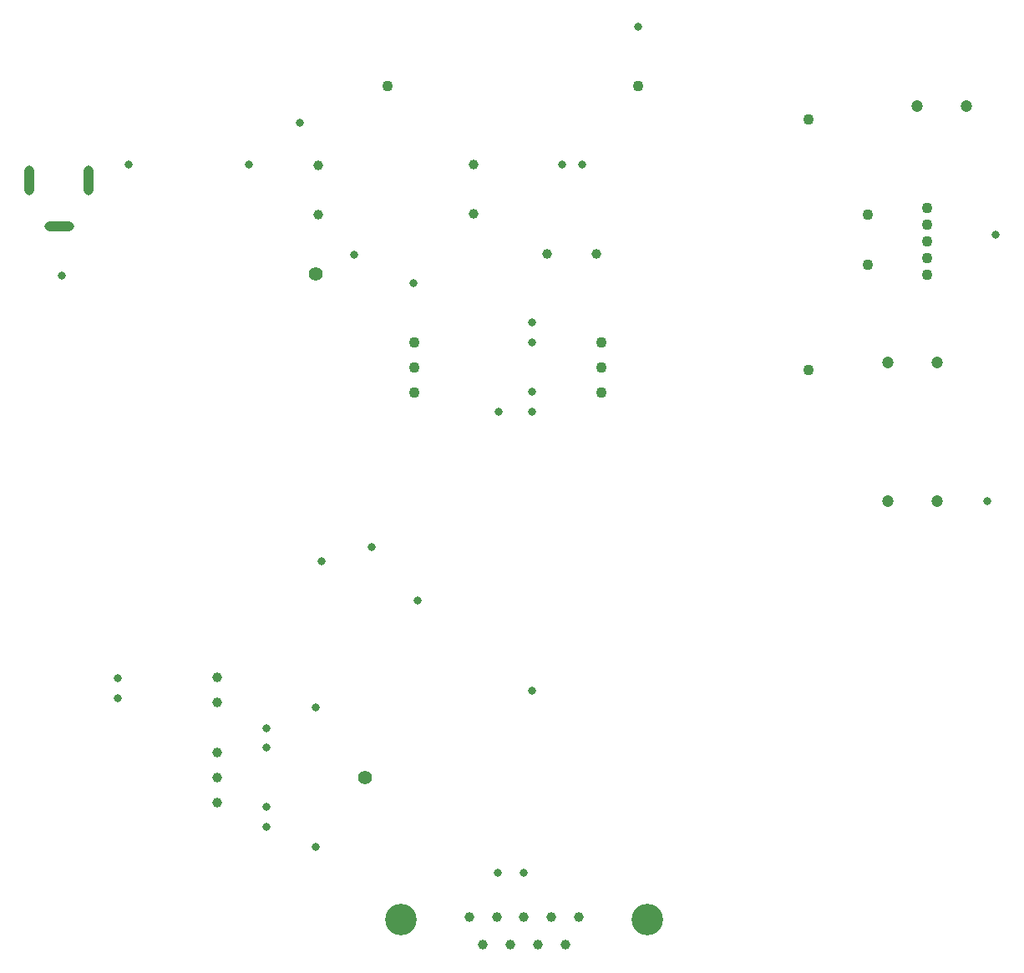
<source format=gbr>
%TF.GenerationSoftware,KiCad,Pcbnew,7.0.2-1.fc37*%
%TF.CreationDate,2023-07-20T12:52:38+02:00*%
%TF.ProjectId,office_amp,6f666669-6365-45f6-916d-702e6b696361,V1.3*%
%TF.SameCoordinates,Original*%
%TF.FileFunction,Plated,1,2,PTH,Mixed*%
%TF.FilePolarity,Positive*%
%FSLAX46Y46*%
G04 Gerber Fmt 4.6, Leading zero omitted, Abs format (unit mm)*
G04 Created by KiCad (PCBNEW 7.0.2-1.fc37) date 2023-07-20 12:52:38*
%MOMM*%
%LPD*%
G01*
G04 APERTURE LIST*
%TA.AperFunction,ViaDrill*%
%ADD10C,0.800000*%
%TD*%
%TA.AperFunction,ComponentDrill*%
%ADD11C,0.800000*%
%TD*%
G04 aperture for slot hole*
%TA.AperFunction,ComponentDrill*%
%ADD12O,1.000000X3.000000*%
%TD*%
G04 aperture for slot hole*
%TA.AperFunction,ComponentDrill*%
%ADD13O,3.000000X1.000000*%
%TD*%
%TA.AperFunction,ComponentDrill*%
%ADD14C,1.000000*%
%TD*%
%TA.AperFunction,ComponentDrill*%
%ADD15C,1.100000*%
%TD*%
%TA.AperFunction,ComponentDrill*%
%ADD16C,1.200000*%
%TD*%
%TA.AperFunction,ComponentDrill*%
%ADD17C,1.400000*%
%TD*%
%TA.AperFunction,ComponentDrill*%
%ADD18C,3.200000*%
%TD*%
G04 APERTURE END LIST*
D10*
X97300000Y-85117677D03*
X104100000Y-73917677D03*
X116300000Y-73917677D03*
X121400000Y-69700000D03*
X123000000Y-128900000D03*
X123050000Y-143050000D03*
X123600000Y-114150000D03*
X126900000Y-83000000D03*
X128700000Y-112650000D03*
X132900000Y-85950000D03*
X133400000Y-118100000D03*
X141450000Y-145700000D03*
X141600000Y-98950000D03*
X144150000Y-145650000D03*
X145000000Y-127200000D03*
X155700000Y-59950000D03*
X191100000Y-108000000D03*
X191950000Y-81000000D03*
D11*
%TO.C,C7*%
X103000000Y-126000000D03*
X103000000Y-128000000D03*
%TO.C,C13*%
X118000000Y-131000000D03*
X118000000Y-133000000D03*
%TO.C,C12*%
X118000000Y-139000000D03*
X118000000Y-141000000D03*
%TO.C,C14*%
X145000000Y-89920000D03*
X145000000Y-91920000D03*
%TO.C,C17*%
X145000000Y-96920000D03*
X145000000Y-98920000D03*
%TO.C,C11*%
X148000000Y-73920000D03*
X150000000Y-73920000D03*
D12*
%TO.C,J1*%
X94000000Y-75460177D03*
D13*
X97000000Y-80160177D03*
D12*
X100000000Y-75460177D03*
D14*
%TO.C,U4*%
X113000000Y-125840000D03*
X113000000Y-128380000D03*
X113000000Y-133460000D03*
X113000000Y-136000000D03*
X113000000Y-138540000D03*
%TO.C,C4*%
X123300000Y-73950000D03*
X123300000Y-78950000D03*
%TO.C,J2*%
X138615000Y-150160000D03*
%TO.C,C9*%
X139000000Y-73920000D03*
X139000000Y-78920000D03*
%TO.C,J2*%
X140000000Y-153000000D03*
X141385000Y-150160000D03*
X142770000Y-153000000D03*
X144155000Y-150160000D03*
X145540000Y-153000000D03*
%TO.C,L3*%
X146500000Y-82920000D03*
%TO.C,J2*%
X146925000Y-150160000D03*
X148310000Y-153000000D03*
X149695000Y-150160000D03*
%TO.C,L3*%
X151500000Y-82920000D03*
D15*
%TO.C,L2*%
X130300000Y-65920000D03*
%TO.C,U3*%
X133000000Y-91920000D03*
X133000000Y-94460000D03*
X133000000Y-97000000D03*
%TO.C,U5*%
X152000000Y-91920000D03*
X152000000Y-94460000D03*
X152000000Y-97000000D03*
%TO.C,L2*%
X155700000Y-65920000D03*
%TO.C,L1*%
X173000000Y-69300000D03*
X173000000Y-94700000D03*
%TO.C,D1*%
X179000000Y-79000000D03*
X179000000Y-84080000D03*
%TO.C,U2*%
X185000000Y-78300000D03*
X185000000Y-80000000D03*
X185000000Y-81700000D03*
X185000000Y-83400000D03*
X185000000Y-85100000D03*
D16*
%TO.C,C6*%
X181000000Y-94000000D03*
%TO.C,C5*%
X181000000Y-108000000D03*
%TO.C,C2*%
X184000000Y-68000000D03*
%TO.C,C6*%
X186000000Y-94000000D03*
%TO.C,C5*%
X186000000Y-108000000D03*
%TO.C,C2*%
X189000000Y-68000000D03*
D17*
%TO.C,TP2*%
X123000000Y-85000000D03*
%TO.C,TP7*%
X128000000Y-136000000D03*
D18*
%TO.C,J2*%
X131655000Y-150460000D03*
X156655000Y-150460000D03*
M02*

</source>
